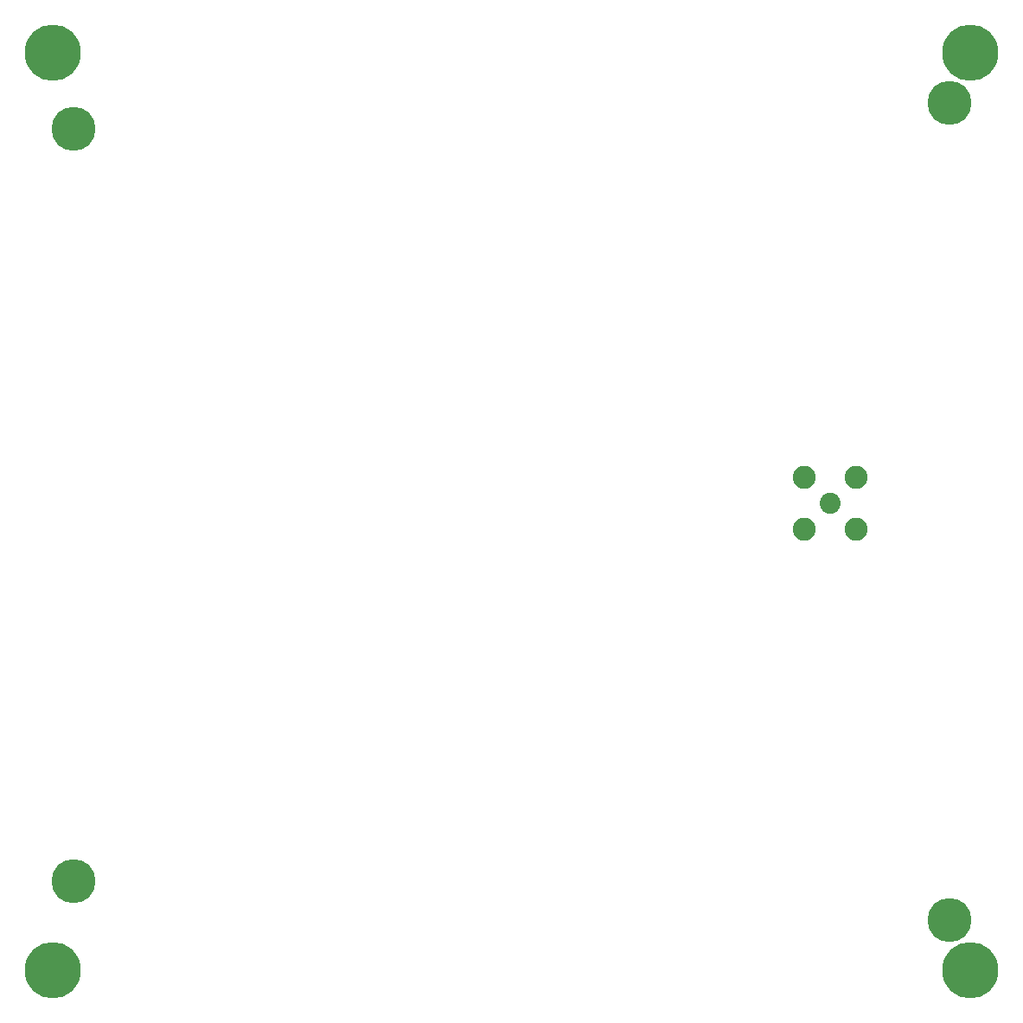
<source format=gts>
G04 #@! TF.GenerationSoftware,KiCad,Pcbnew,(6.0.5-0)*
G04 #@! TF.CreationDate,2023-03-07T01:44:05-05:00*
G04 #@! TF.ProjectId,antenna-pcb,616e7465-6e6e-4612-9d70-63622e6b6963,3*
G04 #@! TF.SameCoordinates,Original*
G04 #@! TF.FileFunction,Soldermask,Top*
G04 #@! TF.FilePolarity,Negative*
%FSLAX46Y46*%
G04 Gerber Fmt 4.6, Leading zero omitted, Abs format (unit mm)*
G04 Created by KiCad (PCBNEW (6.0.5-0)) date 2023-03-07 01:44:05*
%MOMM*%
%LPD*%
G01*
G04 APERTURE LIST*
%ADD10C,5.500000*%
%ADD11C,4.300000*%
%ADD12C,2.050000*%
%ADD13C,2.250000*%
G04 APERTURE END LIST*
D10*
G04 #@! TO.C,H4*
X163450000Y-143450000D03*
G04 #@! TD*
D11*
G04 #@! TO.C,H6*
X161364000Y-58495000D03*
G04 #@! TD*
D10*
G04 #@! TO.C,H1*
X73550000Y-53550000D03*
G04 #@! TD*
D11*
G04 #@! TO.C,H8*
X161364000Y-138505000D03*
G04 #@! TD*
G04 #@! TO.C,H7*
X75639000Y-134695000D03*
G04 #@! TD*
G04 #@! TO.C,H5*
X75639000Y-61035000D03*
G04 #@! TD*
D10*
G04 #@! TO.C,H3*
X73550000Y-143450000D03*
G04 #@! TD*
G04 #@! TO.C,H2*
X163450000Y-53550000D03*
G04 #@! TD*
D12*
G04 #@! TO.C,J1*
X149700000Y-97700000D03*
D13*
X147150000Y-95150000D03*
X152250000Y-100250000D03*
X147150000Y-100250000D03*
X152250000Y-95150000D03*
G04 #@! TD*
M02*

</source>
